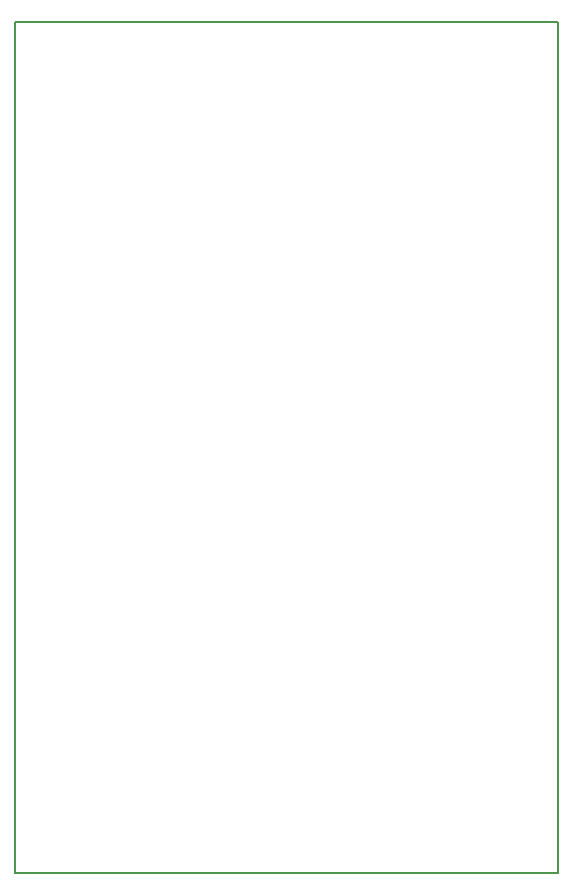
<source format=gm1>
%TF.GenerationSoftware,KiCad,Pcbnew,(6.0.1)*%
%TF.CreationDate,2022-01-21T22:17:13+01:00*%
%TF.ProjectId,bosch-kf163-control,626f7363-682d-46b6-9631-36332d636f6e,1*%
%TF.SameCoordinates,Original*%
%TF.FileFunction,Profile,NP*%
%FSLAX46Y46*%
G04 Gerber Fmt 4.6, Leading zero omitted, Abs format (unit mm)*
G04 Created by KiCad (PCBNEW (6.0.1)) date 2022-01-21 22:17:13*
%MOMM*%
%LPD*%
G01*
G04 APERTURE LIST*
%TA.AperFunction,Profile*%
%ADD10C,0.150000*%
%TD*%
G04 APERTURE END LIST*
D10*
X135000000Y-135000000D02*
X135000000Y-136000000D01*
X92000000Y-64000000D02*
X134000000Y-64000000D01*
X135000000Y-104000000D02*
X135000000Y-125000000D01*
X135000000Y-136000000D02*
X92000000Y-136000000D01*
X135000000Y-125000000D02*
X135000000Y-135000000D01*
X135000000Y-64000000D02*
X135000000Y-104000000D01*
X92000000Y-64000000D02*
X89000000Y-64000000D01*
X134000000Y-64000000D02*
X135000000Y-64000000D01*
X89000000Y-64000000D02*
X89000000Y-136000000D01*
X89000000Y-136000000D02*
X92000000Y-136000000D01*
M02*

</source>
